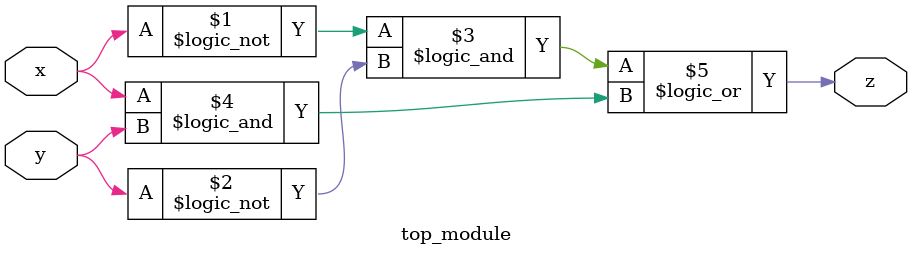
<source format=v>
module top_module ( input x, input y, output z );
    assign z = (!x&&!y)||(x&&y);
endmodule
</source>
